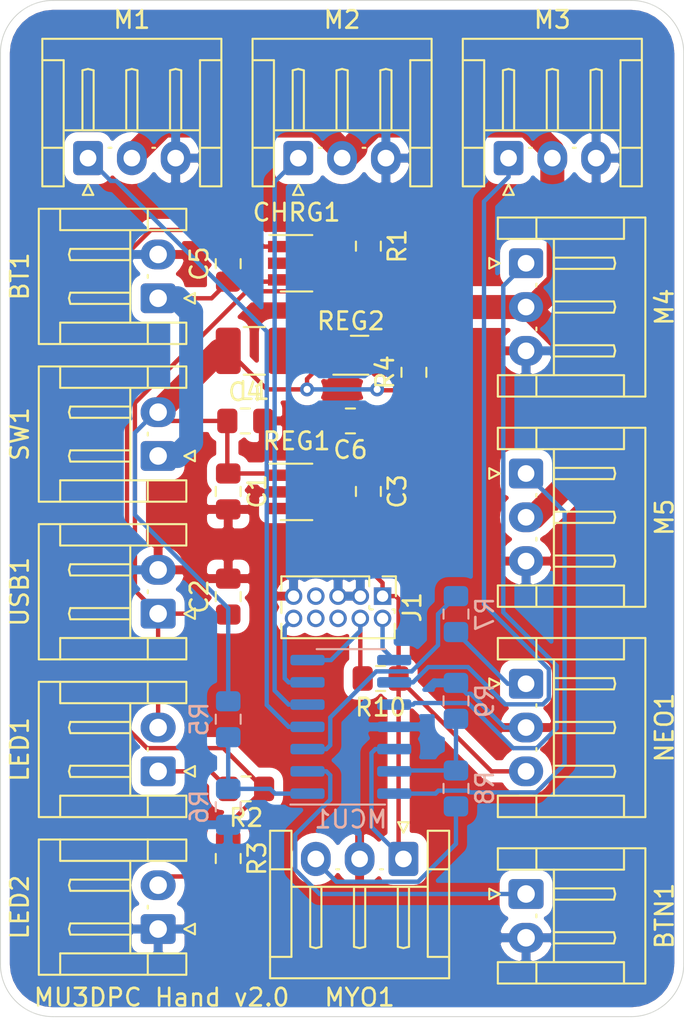
<source format=kicad_pcb>
(kicad_pcb (version 20171130) (host pcbnew "(5.1.4)-1")
  (layers (0 F.Cu signal) (31 B.Cu signal) (34 B.Paste user) (35 F.Paste user) (36 B.SilkS user) (37 F.SilkS user) (38 B.Mask user) (39 F.Mask user) (44 Edge.Cuts user))
  (net 0 "")
  (net 1 GND)
  (net 2 "Net-(BT1-Pad1)")
  (net 3 BTN)
  (net 4 +BATT)
  (net 5 "Net-(C2-Pad1)")
  (net 6 +3V3)
  (net 7 +5V)
  (net 8 "Net-(CHRG1-Pad5)")
  (net 9 "Net-(CHRG1-Pad2)")
  (net 10 "Net-(CHRG1-Pad1)")
  (net 11 "Net-(J1-Pad2)")
  (net 12 "Net-(J1-Pad4)")
  (net 13 "Net-(J1-Pad10)")
  (net 14 "Net-(L1-Pad1)")
  (net 15 "Net-(LED1-Pad1)")
  (net 16 "Net-(LED2-Pad2)")
  (net 17 INDEX)
  (net 18 MIDDLE)
  (net 19 RING)
  (net 20 PINKY)
  (net 21 THUMB)
  (net 22 NORMVBAT)
  (net 23 NEO)
  (net 24 NORMMYOSIG)
  (net 25 MYOSIG)
  (net 26 "Net-(R4-Pad2)")
  (net 27 "Net-(NEO1-Pad4)")
  (module Resistor_SMD:R_0805_2012Metric_Pad1.15x1.40mm_HandSolder (layer F.Cu) (at 134.7 55.7 180)
    (fp_text reference R10 (at 0 -1.65) (layer F.SilkS))
    (fp_text value 1000ohm)
    (pad 2 smd roundrect (at 1.025 0 180) (size 1.15 1.4) (layers F.Cu F.Paste F.Mask) (roundrect_rratio 0.217391) (net 12 "Net-(J1-Pad4)"))
    (pad 1 smd roundrect (at -1.025 0 180) (size 1.15 1.4) (layers F.Cu F.Paste F.Mask) (roundrect_rratio 0.217391) (net 6 +3V3))
  )
  (module Connector_PinHeader_1.27mm:PinHeader_2x05_P1.27mm_Vertical (layer F.Cu) (at 134.81 51 270)
    (fp_text reference J1 (at 0.635 -1.695 90) (layer F.SilkS))
    (fp_text value Conn_ARM_JTAG_SWD_10)
    (pad 1 thru_hole rect (at 0 0 270) (size 1 1) (drill 0.65) (layers *.Cu *.Mask) (net 6 +3V3))
    (pad 2 thru_hole oval (at 1.27 0 270) (size 1 1) (drill 0.65) (layers *.Cu *.Mask) (net 11 "Net-(J1-Pad2)"))
    (pad 3 thru_hole oval (at 0 1.27 270) (size 1 1) (drill 0.65) (layers *.Cu *.Mask) (net 1 GND))
    (pad 4 thru_hole oval (at 1.27 1.27 270) (size 1 1) (drill 0.65) (layers *.Cu *.Mask) (net 12 "Net-(J1-Pad4)"))
    (pad 5 thru_hole oval (at 0 2.54 270) (size 1 1) (drill 0.65) (layers *.Cu *.Mask) (net 1 GND))
    (pad 6 thru_hole oval (at 1.27 2.54 270) (size 1 1) (drill 0.65) (layers *.Cu *.Mask))
    (pad 7 thru_hole oval (at 0 3.81 270) (size 1 1) (drill 0.65) (layers *.Cu *.Mask))
    (pad 8 thru_hole oval (at 1.27 3.81 270) (size 1 1) (drill 0.65) (layers *.Cu *.Mask))
    (pad 9 thru_hole oval (at 0 5.08 270) (size 1 1) (drill 0.65) (layers *.Cu *.Mask) (net 1 GND))
    (pad 10 thru_hole oval (at 1.27 5.08 270) (size 1 1) (drill 0.65) (layers *.Cu *.Mask) (net 13 "Net-(J1-Pad10)"))
  )
  (module Connector_JST:JST_EH_S2B-EH_1x02_P2.50mm_Horizontal (layer F.Cu) (at 122 34 90)
    (fp_text reference BT1 (at 1.25 -7.9 90) (layer F.SilkS))
    (fp_text value Battery_Cell)
    (pad 2 thru_hole oval (at 2.5 0 90) (size 1.7 2) (drill 1) (layers *.Cu *.Mask) (net 1 GND))
    (pad 1 thru_hole roundrect (at 0 0 90) (size 1.7 2) (drill 1) (layers *.Cu *.Mask) (roundrect_rratio 0.147059) (net 2 "Net-(BT1-Pad1)"))
  )
  (module Connector_JST:JST_EH_S2B-EH_1x02_P2.50mm_Horizontal (layer F.Cu) (at 143 68 270)
    (fp_text reference BTN1 (at 1.25 -7.9 90) (layer F.SilkS))
    (fp_text value Side_Button)
    (pad 1 thru_hole roundrect (at 0 0 270) (size 1.7 2) (drill 1) (layers *.Cu *.Mask) (roundrect_rratio 0.147059) (net 3 BTN))
    (pad 2 thru_hole oval (at 2.5 0 270) (size 1.7 2) (drill 1) (layers *.Cu *.Mask) (net 1 GND))
  )
  (module Capacitor_SMD:C_0805_2012Metric_Pad1.15x1.40mm_HandSolder (layer F.Cu) (at 126 45.025 270)
    (fp_text reference C1 (at 0 -1.65 90) (layer F.SilkS))
    (fp_text value 1uF)
    (pad 2 smd roundrect (at 1.025 0 270) (size 1.15 1.4) (layers F.Cu F.Paste F.Mask) (roundrect_rratio 0.217391) (net 1 GND))
    (pad 1 smd roundrect (at -1.025 0 270) (size 1.15 1.4) (layers F.Cu F.Paste F.Mask) (roundrect_rratio 0.217391) (net 4 +BATT))
  )
  (module Capacitor_SMD:C_0805_2012Metric_Pad1.15x1.40mm_HandSolder (layer F.Cu) (at 126 51.025 90)
    (fp_text reference C2 (at 0 -1.65 90) (layer F.SilkS))
    (fp_text value 4.7uF)
    (pad 2 smd roundrect (at 1.025 0 90) (size 1.15 1.4) (layers F.Cu F.Paste F.Mask) (roundrect_rratio 0.217391) (net 1 GND))
    (pad 1 smd roundrect (at -1.025 0 90) (size 1.15 1.4) (layers F.Cu F.Paste F.Mask) (roundrect_rratio 0.217391) (net 5 "Net-(C2-Pad1)"))
  )
  (module Capacitor_SMD:C_0805_2012Metric_Pad1.15x1.40mm_HandSolder (layer F.Cu) (at 134 45.025 270)
    (fp_text reference C3 (at 0 -1.65 90) (layer F.SilkS))
    (fp_text value 1uF)
    (pad 1 smd roundrect (at -1.025 0 270) (size 1.15 1.4) (layers F.Cu F.Paste F.Mask) (roundrect_rratio 0.217391) (net 6 +3V3))
    (pad 2 smd roundrect (at 1.025 0 270) (size 1.15 1.4) (layers F.Cu F.Paste F.Mask) (roundrect_rratio 0.217391) (net 1 GND))
  )
  (module Capacitor_SMD:C_0805_2012Metric_Pad1.15x1.40mm_HandSolder (layer F.Cu) (at 126.975 41)
    (fp_text reference C4 (at 0 -1.65) (layer F.SilkS))
    (fp_text value "4.7uF 10V")
    (pad 2 smd roundrect (at 1.025 0) (size 1.15 1.4) (layers F.Cu F.Paste F.Mask) (roundrect_rratio 0.217391) (net 1 GND))
    (pad 1 smd roundrect (at -1.025 0) (size 1.15 1.4) (layers F.Cu F.Paste F.Mask) (roundrect_rratio 0.217391) (net 4 +BATT))
  )
  (module Capacitor_SMD:C_0805_2012Metric_Pad1.15x1.40mm_HandSolder (layer F.Cu) (at 126 32.025 90)
    (fp_text reference C5 (at 0 -1.65 90) (layer F.SilkS))
    (fp_text value 4.7uF)
    (pad 1 smd roundrect (at -1.025 0 90) (size 1.15 1.4) (layers F.Cu F.Paste F.Mask) (roundrect_rratio 0.217391) (net 2 "Net-(BT1-Pad1)"))
    (pad 2 smd roundrect (at 1.025 0 90) (size 1.15 1.4) (layers F.Cu F.Paste F.Mask) (roundrect_rratio 0.217391) (net 1 GND))
  )
  (module Capacitor_SMD:C_0805_2012Metric_Pad1.15x1.40mm_HandSolder (layer F.Cu) (at 132.975 41 180)
    (fp_text reference C6 (at 0 -1.65) (layer F.SilkS))
    (fp_text value "22uF 10V")
    (pad 1 smd roundrect (at -1.025 0 180) (size 1.15 1.4) (layers F.Cu F.Paste F.Mask) (roundrect_rratio 0.217391) (net 7 +5V))
    (pad 2 smd roundrect (at 1.025 0 180) (size 1.15 1.4) (layers F.Cu F.Paste F.Mask) (roundrect_rratio 0.217391) (net 1 GND))
  )
  (module Package_TO_SOT_SMD:SOT-23-5 (layer F.Cu) (at 129.9 32)
    (fp_text reference CHRG1 (at 0 -2.9) (layer F.SilkS))
    (fp_text value MCP73831-2-OT)
    (pad 5 smd rect (at 1.1 -0.95) (size 1.06 0.65) (layers F.Cu F.Paste F.Mask) (net 8 "Net-(CHRG1-Pad5)"))
    (pad 4 smd rect (at 1.1 0.95) (size 1.06 0.65) (layers F.Cu F.Paste F.Mask) (net 5 "Net-(C2-Pad1)"))
    (pad 3 smd rect (at -1.1 0.95) (size 1.06 0.65) (layers F.Cu F.Paste F.Mask) (net 2 "Net-(BT1-Pad1)"))
    (pad 2 smd rect (at -1.1 0) (size 1.06 0.65) (layers F.Cu F.Paste F.Mask) (net 9 "Net-(CHRG1-Pad2)"))
    (pad 1 smd rect (at -1.1 -0.95) (size 1.06 0.65) (layers F.Cu F.Paste F.Mask) (net 10 "Net-(CHRG1-Pad1)"))
  )
  (module Inductor_SMD:L_1210_3225Metric_Pad1.42x2.65mm_HandSolder (layer F.Cu) (at 127.4875 37 180)
    (fp_text reference L1 (at 0 -2.28) (layer F.SilkS))
    (fp_text value "1uH 3A")
    (pad 1 smd roundrect (at -1.4875 0 180) (size 1.425 2.65) (layers F.Cu F.Paste F.Mask) (roundrect_rratio 0.175439) (net 14 "Net-(L1-Pad1)"))
    (pad 2 smd roundrect (at 1.4875 0 180) (size 1.425 2.65) (layers F.Cu F.Paste F.Mask) (roundrect_rratio 0.175439) (net 4 +BATT))
  )
  (module Connector_JST:JST_EH_S2B-EH_1x02_P2.50mm_Horizontal (layer F.Cu) (at 122 61 90)
    (fp_text reference LED1 (at 1.25 -7.9 90) (layer F.SilkS))
    (fp_text value Charging_LED)
    (pad 1 thru_hole roundrect (at 0 0 90) (size 1.7 2) (drill 1) (layers *.Cu *.Mask) (roundrect_rratio 0.147059) (net 15 "Net-(LED1-Pad1)"))
    (pad 2 thru_hole oval (at 2.5 0 90) (size 1.7 2) (drill 1) (layers *.Cu *.Mask) (net 5 "Net-(C2-Pad1)"))
  )
  (module Connector_JST:JST_EH_S2B-EH_1x02_P2.50mm_Horizontal (layer F.Cu) (at 122 70 90)
    (fp_text reference LED2 (at 1.25 -7.9 90) (layer F.SilkS))
    (fp_text value Charge_Done_LED)
    (pad 2 thru_hole oval (at 2.5 0 90) (size 1.7 2) (drill 1) (layers *.Cu *.Mask) (net 16 "Net-(LED2-Pad2)"))
    (pad 1 thru_hole roundrect (at 0 0 90) (size 1.7 2) (drill 1) (layers *.Cu *.Mask) (roundrect_rratio 0.147059) (net 1 GND))
  )
  (module Connector_JST:JST_EH_S3B-EH_1x03_P2.50mm_Horizontal (layer F.Cu) (at 118 26)
    (fp_text reference M1 (at 2.5 -7.9) (layer F.SilkS))
    (fp_text value Index_Servo)
    (pad 3 thru_hole oval (at 5 0) (size 1.7 1.95) (drill 0.95) (layers *.Cu *.Mask) (net 1 GND))
    (pad 2 thru_hole oval (at 2.5 0) (size 1.7 1.95) (drill 0.95) (layers *.Cu *.Mask) (net 7 +5V))
    (pad 1 thru_hole roundrect (at 0 0) (size 1.7 1.95) (drill 0.95) (layers *.Cu *.Mask) (roundrect_rratio 0.147059) (net 17 INDEX))
  )
  (module Connector_JST:JST_EH_S3B-EH_1x03_P2.50mm_Horizontal (layer F.Cu) (at 130 26)
    (fp_text reference M2 (at 2.5 -7.9) (layer F.SilkS))
    (fp_text value Middle_Servo)
    (pad 1 thru_hole roundrect (at 0 0) (size 1.7 1.95) (drill 0.95) (layers *.Cu *.Mask) (roundrect_rratio 0.147059) (net 18 MIDDLE))
    (pad 2 thru_hole oval (at 2.5 0) (size 1.7 1.95) (drill 0.95) (layers *.Cu *.Mask) (net 7 +5V))
    (pad 3 thru_hole oval (at 5 0) (size 1.7 1.95) (drill 0.95) (layers *.Cu *.Mask) (net 1 GND))
  )
  (module Connector_JST:JST_EH_S3B-EH_1x03_P2.50mm_Horizontal (layer F.Cu) (at 142 26)
    (fp_text reference M3 (at 2.5 -7.9) (layer F.SilkS))
    (fp_text value Ring_Servo)
    (pad 3 thru_hole oval (at 5 0) (size 1.7 1.95) (drill 0.95) (layers *.Cu *.Mask) (net 1 GND))
    (pad 2 thru_hole oval (at 2.5 0) (size 1.7 1.95) (drill 0.95) (layers *.Cu *.Mask) (net 7 +5V))
    (pad 1 thru_hole roundrect (at 0 0) (size 1.7 1.95) (drill 0.95) (layers *.Cu *.Mask) (roundrect_rratio 0.147059) (net 19 RING))
  )
  (module Connector_JST:JST_EH_S3B-EH_1x03_P2.50mm_Horizontal (layer F.Cu) (at 143 32 270)
    (fp_text reference M4 (at 2.5 -7.9 90) (layer F.SilkS))
    (fp_text value Pinky_Servo)
    (pad 1 thru_hole roundrect (at 0 0 270) (size 1.7 1.95) (drill 0.95) (layers *.Cu *.Mask) (roundrect_rratio 0.147059) (net 20 PINKY))
    (pad 2 thru_hole oval (at 2.5 0 270) (size 1.7 1.95) (drill 0.95) (layers *.Cu *.Mask) (net 7 +5V))
    (pad 3 thru_hole oval (at 5 0 270) (size 1.7 1.95) (drill 0.95) (layers *.Cu *.Mask) (net 1 GND))
  )
  (module Connector_JST:JST_EH_S3B-EH_1x03_P2.50mm_Horizontal (layer F.Cu) (at 143 44 270)
    (fp_text reference M5 (at 2.5 -7.9 90) (layer F.SilkS))
    (fp_text value Thumb_Servo)
    (pad 3 thru_hole oval (at 5 0 270) (size 1.7 1.95) (drill 0.95) (layers *.Cu *.Mask) (net 1 GND))
    (pad 2 thru_hole oval (at 2.5 0 270) (size 1.7 1.95) (drill 0.95) (layers *.Cu *.Mask) (net 7 +5V))
    (pad 1 thru_hole roundrect (at 0 0 270) (size 1.7 1.95) (drill 0.95) (layers *.Cu *.Mask) (roundrect_rratio 0.147059) (net 21 THUMB))
  )
  (module Package_SO:SOIC-14_3.9x8.7mm_P1.27mm (layer B.Cu) (at 133 58.46)
    (fp_text reference MCU1 (at 0 5.28) (layer B.SilkS) (effects (justify mirror)))
    (fp_text value ATSAMD11C14A-SS)
    (pad 1 smd roundrect (at -2.475 3.81) (size 1.95 0.6) (layers B.Cu B.Paste B.Mask) (net 22 NORMVBAT))
    (pad 2 smd roundrect (at -2.475 2.54) (size 1.95 0.6) (layers B.Cu B.Paste B.Mask) (net 3 BTN))
    (pad 3 smd roundrect (at -2.475 1.27) (size 1.95 0.6) (layers B.Cu B.Paste B.Mask) (net 23 NEO))
    (pad 4 smd roundrect (at -2.475 0) (size 1.95 0.6) (layers B.Cu B.Paste B.Mask) (net 17 INDEX))
    (pad 5 smd roundrect (at -2.475 -1.27) (size 1.95 0.6) (layers B.Cu B.Paste B.Mask) (net 18 MIDDLE))
    (pad 6 smd roundrect (at -2.475 -2.54) (size 1.95 0.6) (layers B.Cu B.Paste B.Mask) (net 13 "Net-(J1-Pad10)"))
    (pad 7 smd roundrect (at -2.475 -3.81) (size 1.95 0.6) (layers B.Cu B.Paste B.Mask) (net 12 "Net-(J1-Pad4)"))
    (pad 8 smd roundrect (at 2.475 -3.81) (size 1.95 0.6) (layers B.Cu B.Paste B.Mask) (net 11 "Net-(J1-Pad2)"))
    (pad 9 smd roundrect (at 2.475 -2.54) (size 1.95 0.6) (layers B.Cu B.Paste B.Mask) (net 19 RING))
    (pad 10 smd roundrect (at 2.475 -1.27) (size 1.95 0.6) (layers B.Cu B.Paste B.Mask) (net 20 PINKY))
    (pad 11 smd roundrect (at 2.475 0) (size 1.95 0.6) (layers B.Cu B.Paste B.Mask) (net 1 GND))
    (pad 12 smd roundrect (at 2.475 1.27) (size 1.95 0.6) (layers B.Cu B.Paste B.Mask) (net 6 +3V3))
    (pad 13 smd roundrect (at 2.475 2.54) (size 1.95 0.6) (layers B.Cu B.Paste B.Mask) (net 24 NORMMYOSIG))
    (pad 14 smd roundrect (at 2.475 3.81) (size 1.95 0.6) (layers B.Cu B.Paste B.Mask) (net 21 THUMB))
  )
  (module Connector_JST:JST_EH_S3B-EH_1x03_P2.50mm_Horizontal (layer F.Cu) (at 136 66 180)
    (fp_text reference MYO1 (at 2.5 -7.9) (layer F.SilkS))
    (fp_text value MyoWare)
    (pad 1 thru_hole roundrect (at 0 0 180) (size 1.7 1.95) (drill 0.95) (layers *.Cu *.Mask) (roundrect_rratio 0.147059) (net 6 +3V3))
    (pad 2 thru_hole oval (at 2.5 0 180) (size 1.7 1.95) (drill 0.95) (layers *.Cu *.Mask) (net 1 GND))
    (pad 3 thru_hole oval (at 5 0 180) (size 1.7 1.95) (drill 0.95) (layers *.Cu *.Mask) (net 25 MYOSIG))
  )
  (module Connector_JST:JST_EH_S3B-EH_1x03_P2.50mm_Horizontal (layer F.Cu) (at 143 56 270)
    (fp_text reference NEO1 (at 2.5 -7.9 90) (layer F.SilkS))
    (fp_text value Indicator_NeoPixel)
    (pad 4 thru_hole roundrect (at 0 0 270) (size 1.7 1.95) (drill 0.95) (layers *.Cu *.Mask) (roundrect_rratio 0.147) (net 27 "Net-(NEO1-Pad4)"))
    (pad 2 thru_hole oval (at 2.5 0 270) (size 1.7 1.95) (drill 0.95) (layers *.Cu *.Mask) (net 1 GND))
    (pad 3 thru_hole oval (at 5 0 270) (size 1.7 1.95) (drill 0.95) (layers *.Cu *.Mask) (net 6 +3V3))
  )
  (module Resistor_SMD:R_0805_2012Metric_Pad1.15x1.40mm_HandSolder (layer F.Cu) (at 134 31.025 270)
    (fp_text reference R1 (at 0 -1.65 90) (layer F.SilkS))
    (fp_text value 2000ohm)
    (pad 2 smd roundrect (at 1.025 0 270) (size 1.15 1.4) (layers F.Cu F.Paste F.Mask) (roundrect_rratio 0.217391) (net 9 "Net-(CHRG1-Pad2)"))
    (pad 1 smd roundrect (at -1.025 0 270) (size 1.15 1.4) (layers F.Cu F.Paste F.Mask) (roundrect_rratio 0.217391) (net 8 "Net-(CHRG1-Pad5)"))
  )
  (module Resistor_SMD:R_0805_2012Metric_Pad1.15x1.40mm_HandSolder (layer F.Cu) (at 127.025 62 180)
    (fp_text reference R2 (at 0 -1.65) (layer F.SilkS))
    (fp_text value 470ohm)
    (pad 1 smd roundrect (at -1.025 0 180) (size 1.15 1.4) (layers F.Cu F.Paste F.Mask) (roundrect_rratio 0.217391) (net 10 "Net-(CHRG1-Pad1)"))
    (pad 2 smd roundrect (at 1.025 0 180) (size 1.15 1.4) (layers F.Cu F.Paste F.Mask) (roundrect_rratio 0.217391) (net 15 "Net-(LED1-Pad1)"))
  )
  (module Resistor_SMD:R_0805_2012Metric_Pad1.15x1.40mm_HandSolder (layer F.Cu) (at 126 65.975 270)
    (fp_text reference R3 (at 0 -1.65 90) (layer F.SilkS))
    (fp_text value 470ohm)
    (pad 2 smd roundrect (at 1.025 0 270) (size 1.15 1.4) (layers F.Cu F.Paste F.Mask) (roundrect_rratio 0.217391) (net 16 "Net-(LED2-Pad2)"))
    (pad 1 smd roundrect (at -1.025 0 270) (size 1.15 1.4) (layers F.Cu F.Paste F.Mask) (roundrect_rratio 0.217391) (net 10 "Net-(CHRG1-Pad1)"))
  )
  (module Resistor_SMD:R_0805_2012Metric_Pad1.15x1.40mm_HandSolder (layer F.Cu) (at 136.6 38.225 90)
    (fp_text reference R4 (at 0 -1.65 90) (layer F.SilkS))
    (fp_text value 1Mohm)
    (pad 1 smd roundrect (at -1.025 0 90) (size 1.15 1.4) (layers F.Cu F.Paste F.Mask) (roundrect_rratio 0.217391) (net 4 +BATT))
    (pad 2 smd roundrect (at 1.025 0 90) (size 1.15 1.4) (layers F.Cu F.Paste F.Mask) (roundrect_rratio 0.217391) (net 26 "Net-(R4-Pad2)"))
  )
  (module Resistor_SMD:R_0805_2012Metric_Pad1.15x1.40mm_HandSolder (layer B.Cu) (at 126 58.025 270)
    (fp_text reference R5 (at 0 1.65 270) (layer B.SilkS) (effects (justify mirror)))
    (fp_text value 5000ohm)
    (pad 1 smd roundrect (at -1.025 0 270) (size 1.15 1.4) (layers B.Cu B.Paste B.Mask) (roundrect_rratio 0.217391) (net 4 +BATT))
    (pad 2 smd roundrect (at 1.025 0 270) (size 1.15 1.4) (layers B.Cu B.Paste B.Mask) (roundrect_rratio 0.217391) (net 22 NORMVBAT))
  )
  (module Resistor_SMD:R_0805_2012Metric_Pad1.15x1.40mm_HandSolder (layer B.Cu) (at 126 63.025 270)
    (fp_text reference R6 (at 0 1.65 270) (layer B.SilkS) (effects (justify mirror)))
    (fp_text value 1250ohm)
    (pad 2 smd roundrect (at 1.025 0 270) (size 1.15 1.4) (layers B.Cu B.Paste B.Mask) (roundrect_rratio 0.217391) (net 1 GND))
    (pad 1 smd roundrect (at -1.025 0 270) (size 1.15 1.4) (layers B.Cu B.Paste B.Mask) (roundrect_rratio 0.217391) (net 22 NORMVBAT))
  )
  (module Resistor_SMD:R_0805_2012Metric_Pad1.15x1.40mm_HandSolder (layer B.Cu) (at 139 52.025 90)
    (fp_text reference R7 (at 0 1.65 270) (layer B.SilkS) (effects (justify mirror)))
    (fp_text value 500ohm)
    (pad 1 smd roundrect (at -1.025 0 90) (size 1.15 1.4) (layers B.Cu B.Paste B.Mask) (roundrect_rratio 0.217391) (net 27 "Net-(NEO1-Pad4)"))
    (pad 2 smd roundrect (at 1.025 0 90) (size 1.15 1.4) (layers B.Cu B.Paste B.Mask) (roundrect_rratio 0.217391) (net 23 NEO))
  )
  (module Resistor_SMD:R_0805_2012Metric_Pad1.15x1.40mm_HandSolder (layer B.Cu) (at 139 61.975 90)
    (fp_text reference R8 (at 0.025 1.65 270) (layer B.SilkS) (effects (justify mirror)))
    (fp_text value 5000ohm)
    (pad 1 smd roundrect (at -1.025 0 90) (size 1.15 1.4) (layers B.Cu B.Paste B.Mask) (roundrect_rratio 0.217391) (net 25 MYOSIG))
    (pad 2 smd roundrect (at 1.025 0 90) (size 1.15 1.4) (layers B.Cu B.Paste B.Mask) (roundrect_rratio 0.217391) (net 24 NORMMYOSIG))
  )
  (module Resistor_SMD:R_0805_2012Metric_Pad1.15x1.40mm_HandSolder (layer B.Cu) (at 139 56.975 90)
    (fp_text reference R9 (at 0 1.65 270) (layer B.SilkS) (effects (justify mirror)))
    (fp_text value 1250ohm)
    (pad 2 smd roundrect (at 1.025 0 90) (size 1.15 1.4) (layers B.Cu B.Paste B.Mask) (roundrect_rratio 0.217391) (net 1 GND))
    (pad 1 smd roundrect (at -1.025 0 90) (size 1.15 1.4) (layers B.Cu B.Paste B.Mask) (roundrect_rratio 0.217391) (net 24 NORMMYOSIG))
  )
  (module Package_TO_SOT_SMD:SOT-23-5 (layer F.Cu) (at 129.9 45.05)
    (fp_text reference REG1 (at 0 -2.9) (layer F.SilkS))
    (fp_text value MIC5504-3.3YM5)
    (pad 1 smd rect (at -1.1 -0.95) (size 1.06 0.65) (layers F.Cu F.Paste F.Mask) (net 4 +BATT))
    (pad 2 smd rect (at -1.1 0) (size 1.06 0.65) (layers F.Cu F.Paste F.Mask) (net 1 GND))
    (pad 3 smd rect (at -1.1 0.95) (size 1.06 0.65) (layers F.Cu F.Paste F.Mask))
    (pad 4 smd rect (at 1.1 0.95) (size 1.06 0.65) (layers F.Cu F.Paste F.Mask))
    (pad 5 smd rect (at 1.1 -0.95) (size 1.06 0.65) (layers F.Cu F.Paste F.Mask) (net 6 +3V3))
  )
  (module Package_DFN_QFN:DFN-8-1EP_2x2mm_P0.5mm_EP0.9x1.3mm (layer F.Cu) (at 133 37.25)
    (fp_text reference REG2 (at 0 -1.95) (layer F.SilkS))
    (fp_text value MIC2876-5.5YMT-TR)
    (pad 9 smd roundrect (at 0 0) (size 0.9 1.3) (layers F.Cu F.Mask) (net 1 GND))
    (pad 1 smd roundrect (at -1 -0.75) (size 0.7 0.25) (layers F.Cu F.Paste F.Mask) (net 14 "Net-(L1-Pad1)"))
    (pad 2 smd roundrect (at -1 -0.25) (size 0.7 0.25) (layers F.Cu F.Paste F.Mask) (net 1 GND))
    (pad 3 smd roundrect (at -1 0.25) (size 0.7 0.25) (layers F.Cu F.Paste F.Mask) (net 4 +BATT))
    (pad 4 smd roundrect (at -1 0.75) (size 0.7 0.25) (layers F.Cu F.Paste F.Mask) (net 1 GND))
    (pad 5 smd roundrect (at 1 0.75) (size 0.7 0.25) (layers F.Cu F.Paste F.Mask) (net 7 +5V))
    (pad 6 smd roundrect (at 1 0.25) (size 0.7 0.25) (layers F.Cu F.Paste F.Mask))
    (pad 7 smd roundrect (at 1 -0.25) (size 0.7 0.25) (layers F.Cu F.Paste F.Mask) (net 26 "Net-(R4-Pad2)"))
    (pad 8 smd roundrect (at 1 -0.75) (size 0.7 0.25) (layers F.Cu F.Paste F.Mask) (net 7 +5V))
  )
  (module Connector_JST:JST_EH_S2B-EH_1x02_P2.50mm_Horizontal (layer F.Cu) (at 122 43 90)
    (fp_text reference SW1 (at 1.25 -7.9 90) (layer F.SilkS))
    (fp_text value Power_Switch)
    (pad 2 thru_hole oval (at 2.5 0 90) (size 1.7 2) (drill 1) (layers *.Cu *.Mask) (net 4 +BATT))
    (pad 1 thru_hole roundrect (at 0 0 90) (size 1.7 2) (drill 1) (layers *.Cu *.Mask) (roundrect_rratio 0.147059) (net 2 "Net-(BT1-Pad1)"))
  )
  (module Connector_JST:JST_EH_S2B-EH_1x02_P2.50mm_Horizontal (layer F.Cu) (at 122 52 90)
    (fp_text reference USB1 (at 1.25 -7.9 90) (layer F.SilkS))
    (fp_text value USB_B_Micro)
    (pad 1 thru_hole roundrect (at 0 0 90) (size 1.7 2) (drill 1) (layers *.Cu *.Mask) (roundrect_rratio 0.147059) (net 5 "Net-(C2-Pad1)"))
    (pad 5 thru_hole oval (at 2.5 0 90) (size 1.7 2) (drill 1) (layers *.Cu *.Mask) (net 1 GND))
  )
  (gr_text "MU3DPC Hand v2.0" (at 122.2 73.9) (layer F.SilkS) (effects (font (size 1 1))))
  (gr_line (start 152 72) (end 152 20) (layer Edge.Cuts) (width 0.05))
  (gr_line (start 116 75) (end 149 75) (layer Edge.Cuts) (width 0.05))
  (gr_line (start 113 20) (end 113 72) (layer Edge.Cuts) (width 0.05))
  (gr_line (start 149 17) (end 116 17) (layer Edge.Cuts) (width 0.05))
  (gr_arc (start 149 72) (end 149 75) (angle -90) (layer Edge.Cuts) (width 0.05))
  (gr_arc (start 116 72) (end 113 72) (angle -90) (layer Edge.Cuts) (width 0.05))
  (gr_arc (start 116 20) (end 116 17) (angle -90) (layer Edge.Cuts) (width 0.05))
  (gr_arc (start 149 20) (end 152 20) (angle -90) (layer Edge.Cuts) (width 0.05))
  (segment (start 132.75 37) (end 133 37.25) (width 0.25) (layer F.Cu) (net 1))
  (segment (start 132 37) (end 132.75 37) (width 0.25) (layer F.Cu) (net 1))
  (segment (start 133 37.45) (end 133 37.25) (width 0.25) (layer F.Cu) (net 1))
  (segment (start 132.45 38) (end 133 37.45) (width 0.25) (layer F.Cu) (net 1))
  (segment (start 132 38) (end 132.45 38) (width 0.25) (layer F.Cu) (net 1))
  (segment (start 128.02 45.05) (end 128 45.03) (width 0.25) (layer F.Cu) (net 1))
  (segment (start 128.8 45.05) (end 128.02 45.05) (width 0.25) (layer F.Cu) (net 1))
  (segment (start 133.5 64.5) (end 133.5 66) (width 0.25) (layer B.Cu) (net 1))
  (segment (start 141.775 58.5) (end 143 58.5) (width 0.25) (layer B.Cu) (net 1))
  (segment (start 139.848372 56.573372) (end 141.775 58.5) (width 0.25) (layer B.Cu) (net 1))
  (segment (start 139.623372 56.573372) (end 139.848372 56.573372) (width 0.25) (layer B.Cu) (net 1))
  (segment (start 139 55.95) (end 139.623372 56.573372) (width 0.25) (layer B.Cu) (net 1))
  (segment (start 131.95 40.2) (end 132.76499 39.38501) (width 1.37) (layer F.Cu) (net 1))
  (segment (start 132.76499 39.38501) (end 132.76499 38.424994) (width 1.37) (layer F.Cu) (net 1))
  (segment (start 131.95 41) (end 131.95 40.2) (width 1.37) (layer F.Cu) (net 1))
  (segment (start 125.05 34) (end 126 33.05) (width 0.25) (layer F.Cu) (net 2))
  (segment (start 122 34) (end 125.05 34) (width 0.25) (layer F.Cu) (net 2))
  (segment (start 128.7 33.05) (end 128.8 32.95) (width 0.25) (layer F.Cu) (net 2))
  (segment (start 126 33.05) (end 128.7 33.05) (width 0.25) (layer F.Cu) (net 2))
  (segment (start 123.1 43) (end 122 43) (width 1.37) (layer B.Cu) (net 2))
  (segment (start 123.88501 42.21499) (end 123.1 43) (width 1.37) (layer B.Cu) (net 2))
  (segment (start 123.88501 34.78501) (end 123.88501 42.21499) (width 1.37) (layer B.Cu) (net 2))
  (segment (start 123.1 34) (end 123.88501 34.78501) (width 1.37) (layer B.Cu) (net 2))
  (segment (start 122 34) (end 123.1 34) (width 1.37) (layer B.Cu) (net 2))
  (segment (start 131.82501 61.22501) (end 131.6 61) (width 0.25) (layer B.Cu) (net 3))
  (segment (start 131.82501 62.616758) (end 131.82501 61.22501) (width 0.25) (layer B.Cu) (net 3))
  (segment (start 129.82499 64.616778) (end 131.82501 62.616758) (width 0.25) (layer B.Cu) (net 3))
  (segment (start 129.82499 66.611705) (end 129.82499 64.616778) (width 0.25) (layer B.Cu) (net 3))
  (segment (start 131.213285 68) (end 129.82499 66.611705) (width 0.25) (layer B.Cu) (net 3))
  (segment (start 131.6 61) (end 130.525 61) (width 0.25) (layer B.Cu) (net 3))
  (segment (start 143 68) (end 131.213285 68) (width 0.25) (layer B.Cu) (net 3))
  (via (at 134.5 39.2) (size 0.8) (drill 0.4) (layers F.Cu B.Cu) (net 4))
  (via (at 130.5 39.2) (size 0.8) (drill 0.4) (layers F.Cu B.Cu) (net 4))
  (segment (start 122.5 41) (end 122 40.5) (width 0.25) (layer F.Cu) (net 4))
  (segment (start 125.95 41) (end 122.5 41) (width 0.25) (layer F.Cu) (net 4))
  (segment (start 125.95 43.95) (end 126 44) (width 0.25) (layer F.Cu) (net 4))
  (segment (start 125.95 41) (end 125.95 43.95) (width 0.25) (layer F.Cu) (net 4))
  (segment (start 128.7 44) (end 128.8 44.1) (width 0.25) (layer F.Cu) (net 4))
  (segment (start 126 44) (end 128.7 44) (width 0.25) (layer F.Cu) (net 4))
  (segment (start 126 56.325) (end 126 57) (width 0.25) (layer B.Cu) (net 4))
  (segment (start 126 51.688285) (end 126 56.325) (width 0.25) (layer B.Cu) (net 4))
  (segment (start 120.67499 46.363275) (end 126 51.688285) (width 0.25) (layer B.Cu) (net 4))
  (segment (start 120.67499 41.67501) (end 120.67499 46.363275) (width 0.25) (layer B.Cu) (net 4))
  (segment (start 121.85 40.5) (end 120.67499 41.67501) (width 0.25) (layer B.Cu) (net 4))
  (segment (start 122 40.5) (end 121.85 40.5) (width 0.25) (layer B.Cu) (net 4))
  (segment (start 122.5 40.5) (end 122 40.5) (width 0.25) (layer F.Cu) (net 4))
  (segment (start 125.5 37) (end 122 40.5) (width 1.37) (layer F.Cu) (net 4))
  (segment (start 126 37) (end 125.5 37) (width 1.37) (layer F.Cu) (net 4))
  (segment (start 134.55 39.25) (end 134.5 39.2) (width 0.25) (layer F.Cu) (net 4))
  (segment (start 136.6 39.25) (end 134.55 39.25) (width 0.25) (layer F.Cu) (net 4))
  (segment (start 130.5 38.634315) (end 130.5 39.2) (width 0.25) (layer F.Cu) (net 4))
  (segment (start 130.5 38.601978) (end 130.5 38.634315) (width 0.25) (layer F.Cu) (net 4))
  (segment (start 131.601978 37.5) (end 130.5 38.601978) (width 0.25) (layer F.Cu) (net 4))
  (segment (start 132 37.5) (end 131.601978 37.5) (width 0.25) (layer F.Cu) (net 4))
  (segment (start 128.2 39.2) (end 126 37) (width 0.25) (layer F.Cu) (net 4))
  (segment (start 130.5 39.2) (end 128.2 39.2) (width 0.25) (layer F.Cu) (net 4))
  (segment (start 134.5 39.2) (end 130.5 39.2) (width 0.25) (layer B.Cu) (net 4))
  (segment (start 125.95 52) (end 126 52.05) (width 0.25) (layer F.Cu) (net 5))
  (segment (start 122 52) (end 125.95 52) (width 0.25) (layer F.Cu) (net 5))
  (segment (start 130.22 32.95) (end 131 32.95) (width 0.25) (layer F.Cu) (net 5))
  (segment (start 129.569999 33.600001) (end 130.22 32.95) (width 0.25) (layer F.Cu) (net 5))
  (segment (start 127.049309 33.600001) (end 129.569999 33.600001) (width 0.25) (layer F.Cu) (net 5))
  (segment (start 120.67499 39.97432) (end 127.049309 33.600001) (width 0.25) (layer F.Cu) (net 5))
  (segment (start 120.67499 50.67499) (end 120.67499 39.97432) (width 0.25) (layer F.Cu) (net 5))
  (segment (start 122 52) (end 120.67499 50.67499) (width 0.25) (layer F.Cu) (net 5))
  (segment (start 122 52.95) (end 122 58.5) (width 0.25) (layer F.Cu) (net 5))
  (segment (start 122 52) (end 122 52.95) (width 0.25) (layer F.Cu) (net 5))
  (segment (start 133.9 44.1) (end 134 44) (width 0.25) (layer F.Cu) (net 6))
  (segment (start 132.4 47.84) (end 132.4 44.1) (width 0.25) (layer F.Cu) (net 6))
  (segment (start 134.81 50.25) (end 132.4 47.84) (width 0.25) (layer F.Cu) (net 6))
  (segment (start 134.81 51) (end 134.81 50.25) (width 0.25) (layer F.Cu) (net 6))
  (segment (start 131 44.1) (end 132.4 44.1) (width 0.25) (layer F.Cu) (net 6))
  (segment (start 132.4 44.1) (end 133.9 44.1) (width 0.25) (layer F.Cu) (net 6))
  (segment (start 134.4 59.73) (end 135.475 59.73) (width 0.25) (layer B.Cu) (net 6))
  (segment (start 134.17499 59.95501) (end 134.4 59.73) (width 0.25) (layer B.Cu) (net 6))
  (segment (start 134.17499 64.17499) (end 134.17499 59.95501) (width 0.25) (layer B.Cu) (net 6))
  (segment (start 136 66) (end 134.17499 64.17499) (width 0.25) (layer B.Cu) (net 6))
  (segment (start 135.725 54.9) (end 135.725 55.7) (width 0.25) (layer F.Cu) (net 6))
  (segment (start 135.725 51.165) (end 135.725 54.9) (width 0.25) (layer F.Cu) (net 6))
  (segment (start 135.56 51) (end 135.725 51.165) (width 0.25) (layer F.Cu) (net 6))
  (segment (start 134.81 51) (end 135.56 51) (width 0.25) (layer F.Cu) (net 6))
  (segment (start 135.725 65.725) (end 136 66) (width 0.25) (layer F.Cu) (net 6))
  (segment (start 135.725 55.7) (end 135.725 65.725) (width 0.25) (layer F.Cu) (net 6))
  (segment (start 141.025 61) (end 135.725 55.7) (width 0.25) (layer F.Cu) (net 6))
  (segment (start 143 61) (end 141.025 61) (width 0.25) (layer F.Cu) (net 6))
  (segment (start 134.19571 36.30429) (end 134 36.5) (width 0.25) (layer F.Cu) (net 7))
  (segment (start 134.20001 36.29999) (end 134.19571 36.30429) (width 0.25) (layer F.Cu) (net 7))
  (segment (start 137.28818 36.29999) (end 134.20001 36.29999) (width 0.25) (layer F.Cu) (net 7))
  (segment (start 137.62501 36.63682) (end 137.28818 36.29999) (width 0.25) (layer F.Cu) (net 7))
  (segment (start 136.43819 41) (end 137.62501 39.81318) (width 0.25) (layer F.Cu) (net 7))
  (segment (start 134 41) (end 136.43819 41) (width 0.25) (layer F.Cu) (net 7))
  (segment (start 137.60003 38.34999) (end 137.62501 38.32501) (width 0.25) (layer F.Cu) (net 7))
  (segment (start 134.34999 38.34999) (end 137.60003 38.34999) (width 0.25) (layer F.Cu) (net 7))
  (segment (start 134 38) (end 134.34999 38.34999) (width 0.25) (layer F.Cu) (net 7))
  (segment (start 137.62501 39.81318) (end 137.62501 38.32501) (width 0.25) (layer F.Cu) (net 7))
  (segment (start 137.62501 38.32501) (end 137.62501 36.63682) (width 0.25) (layer F.Cu) (net 7))
  (segment (start 132.5 25.569852) (end 132.5 26) (width 1.37) (layer F.Cu) (net 7))
  (segment (start 131.070138 24.13999) (end 132.5 25.569852) (width 1.37) (layer F.Cu) (net 7))
  (segment (start 122.281336 24.13999) (end 131.070138 24.13999) (width 1.37) (layer F.Cu) (net 7))
  (segment (start 120.5 25.921326) (end 122.281336 24.13999) (width 1.37) (layer F.Cu) (net 7))
  (segment (start 120.5 26) (end 120.5 25.921326) (width 1.37) (layer F.Cu) (net 7))
  (segment (start 144.5 25.569852) (end 144.5 26) (width 1.37) (layer F.Cu) (net 7))
  (segment (start 143.070138 24.13999) (end 144.5 25.569852) (width 1.37) (layer F.Cu) (net 7))
  (segment (start 134.281336 24.13999) (end 143.070138 24.13999) (width 1.37) (layer F.Cu) (net 7))
  (segment (start 133.26499 25.156336) (end 134.281336 24.13999) (width 1.37) (layer F.Cu) (net 7))
  (segment (start 133.26499 25.43501) (end 133.26499 25.156336) (width 1.37) (layer F.Cu) (net 7))
  (segment (start 132.7 26) (end 133.26499 25.43501) (width 1.37) (layer F.Cu) (net 7))
  (segment (start 132.5 26) (end 132.7 26) (width 1.37) (layer F.Cu) (net 7))
  (segment (start 143.430148 34.5) (end 143 34.5) (width 1.37) (layer F.Cu) (net 7))
  (segment (start 144.86001 33.070138) (end 143.430148 34.5) (width 1.37) (layer F.Cu) (net 7))
  (segment (start 144.86001 28.70501) (end 144.86001 33.070138) (width 1.37) (layer F.Cu) (net 7))
  (segment (start 144.5 28.345) (end 144.86001 28.70501) (width 1.37) (layer F.Cu) (net 7))
  (segment (start 144.5 26) (end 144.5 28.345) (width 1.37) (layer F.Cu) (net 7))
  (segment (start 143.125 34.5) (end 143 34.5) (width 1.37) (layer F.Cu) (net 7))
  (segment (start 145.345 36.72) (end 143.125 34.5) (width 1.37) (layer F.Cu) (net 7))
  (segment (start 145.345 44.585148) (end 145.345 36.72) (width 1.37) (layer F.Cu) (net 7))
  (segment (start 143.430148 46.5) (end 145.345 44.585148) (width 1.37) (layer F.Cu) (net 7))
  (segment (start 143 46.5) (end 143.430148 46.5) (width 1.37) (layer F.Cu) (net 7))
  (segment (start 135.48999 34.5) (end 134 35.98999) (width 1.37) (layer F.Cu) (net 7))
  (segment (start 143 34.5) (end 135.48999 34.5) (width 1.37) (layer F.Cu) (net 7))
  (segment (start 132.95 31.05) (end 134 30) (width 0.25) (layer F.Cu) (net 8))
  (segment (start 131 31.05) (end 132.95 31.05) (width 0.25) (layer F.Cu) (net 8))
  (segment (start 128.85 32.05) (end 128.8 32) (width 0.25) (layer F.Cu) (net 9))
  (segment (start 134 32.05) (end 128.85 32.05) (width 0.25) (layer F.Cu) (net 9))
  (segment (start 126 64.05) (end 128.05 62) (width 0.25) (layer F.Cu) (net 10))
  (segment (start 126 64.95) (end 126 64.05) (width 0.25) (layer F.Cu) (net 10))
  (segment (start 128.02 31.05) (end 128.8 31.05) (width 0.25) (layer F.Cu) (net 10))
  (segment (start 127.06999 30.09999) (end 128.02 31.05) (width 0.25) (layer F.Cu) (net 10))
  (segment (start 121.588295 30.09999) (end 127.06999 30.09999) (width 0.25) (layer F.Cu) (net 10))
  (segment (start 120.22498 31.463305) (end 121.588295 30.09999) (width 0.25) (layer F.Cu) (net 10))
  (segment (start 120.22498 58.536695) (end 120.22498 31.463305) (width 0.25) (layer F.Cu) (net 10))
  (segment (start 121.363295 59.67501) (end 120.22498 58.536695) (width 0.25) (layer F.Cu) (net 10))
  (segment (start 125.72501 59.67501) (end 121.363295 59.67501) (width 0.25) (layer F.Cu) (net 10))
  (segment (start 128.05 62) (end 125.72501 59.67501) (width 0.25) (layer F.Cu) (net 10))
  (segment (start 134.81 53.985) (end 135.475 54.65) (width 0.25) (layer B.Cu) (net 11))
  (segment (start 134.81 52.27) (end 134.81 53.985) (width 0.25) (layer B.Cu) (net 11))
  (segment (start 131.6 54.65) (end 130.525 54.65) (width 0.25) (layer B.Cu) (net 12))
  (segment (start 131.867106 54.65) (end 131.6 54.65) (width 0.25) (layer B.Cu) (net 12))
  (segment (start 133.54 52.977106) (end 131.867106 54.65) (width 0.25) (layer B.Cu) (net 12))
  (segment (start 133.54 52.27) (end 133.54 52.977106) (width 0.25) (layer B.Cu) (net 12))
  (segment (start 133.54 55.565) (end 133.675 55.7) (width 0.25) (layer F.Cu) (net 12))
  (segment (start 133.54 52.27) (end 133.54 55.565) (width 0.25) (layer F.Cu) (net 12))
  (segment (start 129.45 55.92) (end 130.525 55.92) (width 0.25) (layer B.Cu) (net 13))
  (segment (start 129.22499 55.69499) (end 129.45 55.92) (width 0.25) (layer B.Cu) (net 13))
  (segment (start 129.22499 52.77501) (end 129.22499 55.69499) (width 0.25) (layer B.Cu) (net 13))
  (segment (start 129.73 52.27) (end 129.22499 52.77501) (width 0.25) (layer B.Cu) (net 13))
  (segment (start 131.320026 35.98999) (end 132 35.98999) (width 1.37) (layer F.Cu) (net 14))
  (segment (start 128.975 37) (end 130.310016 37) (width 1.37) (layer F.Cu) (net 14))
  (segment (start 130.310016 37) (end 131.320026 35.98999) (width 1.37) (layer F.Cu) (net 14))
  (segment (start 125 61) (end 126 62) (width 0.25) (layer F.Cu) (net 15))
  (segment (start 122 61) (end 125 61) (width 0.25) (layer F.Cu) (net 15))
  (segment (start 122.5 67) (end 122 67.5) (width 0.25) (layer F.Cu) (net 16))
  (segment (start 126 67) (end 122.5 67) (width 0.25) (layer F.Cu) (net 16))
  (segment (start 119.611725 27.30001) (end 128.2 35.888285) (width 0.25) (layer B.Cu) (net 17))
  (segment (start 118 26) (end 119.30001 27.30001) (width 0.25) (layer B.Cu) (net 17))
  (segment (start 119.30001 27.30001) (end 119.611725 27.30001) (width 0.25) (layer B.Cu) (net 17))
  (segment (start 129.45 58.46) (end 130.525 58.46) (width 0.25) (layer B.Cu) (net 17))
  (segment (start 128.2 57.21) (end 129.45 58.46) (width 0.25) (layer B.Cu) (net 17))
  (segment (start 128.2 35.888285) (end 128.2 57.21) (width 0.25) (layer B.Cu) (net 17))
  (segment (start 129.45 57.19) (end 130.525 57.19) (width 0.25) (layer B.Cu) (net 18))
  (segment (start 128.65001 56.39001) (end 129.45 57.19) (width 0.25) (layer B.Cu) (net 18))
  (segment (start 128.65001 27.34999) (end 128.65001 56.39001) (width 0.25) (layer B.Cu) (net 18))
  (segment (start 130 26) (end 128.65001 27.34999) (width 0.25) (layer B.Cu) (net 18))
  (segment (start 142 27.075) (end 140.6 28.475) (width 0.25) (layer B.Cu) (net 19))
  (segment (start 142 26) (end 142 27.075) (width 0.25) (layer B.Cu) (net 19))
  (segment (start 136.55 55.92) (end 135.475 55.92) (width 0.25) (layer B.Cu) (net 19))
  (segment (start 137.42001 55.04999) (end 136.55 55.92) (width 0.25) (layer B.Cu) (net 19))
  (segment (start 139.68818 55.04999) (end 137.42001 55.04999) (width 0.25) (layer B.Cu) (net 19))
  (segment (start 141.8132 57.17501) (end 139.68818 55.04999) (width 0.25) (layer B.Cu) (net 19))
  (segment (start 143.963238 57.17501) (end 141.8132 57.17501) (width 0.25) (layer B.Cu) (net 19))
  (segment (start 144.30001 56.838238) (end 143.963238 57.17501) (width 0.25) (layer B.Cu) (net 19))
  (segment (start 144.30001 55.161762) (end 144.30001 56.838238) (width 0.25) (layer B.Cu) (net 19))
  (segment (start 140.6 51.461752) (end 144.30001 55.161762) (width 0.25) (layer B.Cu) (net 19))
  (segment (start 140.6 28.475) (end 140.6 51.461752) (width 0.25) (layer B.Cu) (net 19))
  (segment (start 136.55 57.19) (end 135.475 57.19) (width 0.25) (layer B.Cu) (net 20))
  (segment (start 139.68818 57.09999) (end 136.64001 57.09999) (width 0.25) (layer B.Cu) (net 20))
  (segment (start 143.611705 59.67501) (end 142.2632 59.67501) (width 0.25) (layer B.Cu) (net 20))
  (segment (start 144.750019 58.536696) (end 143.611705 59.67501) (width 0.25) (layer B.Cu) (net 20))
  (segment (start 136.64001 57.09999) (end 136.55 57.19) (width 0.25) (layer B.Cu) (net 20))
  (segment (start 144.750019 54.975361) (end 144.750019 58.536696) (width 0.25) (layer B.Cu) (net 20))
  (segment (start 141.69999 51.925332) (end 144.750019 54.975361) (width 0.25) (layer B.Cu) (net 20))
  (segment (start 141.69999 33.30001) (end 141.69999 51.925332) (width 0.25) (layer B.Cu) (net 20))
  (segment (start 142.2632 59.67501) (end 139.68818 57.09999) (width 0.25) (layer B.Cu) (net 20))
  (segment (start 143 32) (end 141.69999 33.30001) (width 0.25) (layer B.Cu) (net 20))
  (segment (start 143 44) (end 145.200029 46.200029) (width 0.25) (layer B.Cu) (net 21))
  (segment (start 145.200029 60.586686) (end 143.586715 62.2) (width 0.25) (layer B.Cu) (net 21))
  (segment (start 145.200029 46.200029) (end 145.200029 60.586686) (width 0.25) (layer B.Cu) (net 21))
  (segment (start 139.68818 62.09999) (end 138.00001 62.09999) (width 0.25) (layer B.Cu) (net 21))
  (segment (start 143.586715 62.2) (end 139.78819 62.2) (width 0.25) (layer B.Cu) (net 21))
  (segment (start 139.78819 62.2) (end 139.68818 62.09999) (width 0.25) (layer B.Cu) (net 21))
  (segment (start 137.83 62.27) (end 135.475 62.27) (width 0.25) (layer B.Cu) (net 21))
  (segment (start 138.00001 62.09999) (end 137.83 62.27) (width 0.25) (layer B.Cu) (net 21))
  (segment (start 126 62) (end 128.4 62) (width 0.25) (layer B.Cu) (net 22))
  (segment (start 128.67 62.27) (end 130.525 62.27) (width 0.25) (layer B.Cu) (net 22))
  (segment (start 128.4 62) (end 128.67 62.27) (width 0.25) (layer B.Cu) (net 22))
  (segment (start 126 59.725) (end 126 62) (width 0.25) (layer B.Cu) (net 22))
  (segment (start 126 59.05) (end 126 59.725) (width 0.25) (layer B.Cu) (net 22))
  (segment (start 131.6 59.73) (end 130.525 59.73) (width 0.25) (layer B.Cu) (net 23))
  (segment (start 131.82501 59.50499) (end 131.6 59.73) (width 0.25) (layer B.Cu) (net 23))
  (segment (start 131.82501 57.923222) (end 131.82501 59.50499) (width 0.25) (layer B.Cu) (net 23))
  (segment (start 134.453242 55.29499) (end 131.82501 57.923222) (width 0.25) (layer B.Cu) (net 23))
  (segment (start 136.476778 55.29499) (end 134.453242 55.29499) (width 0.25) (layer B.Cu) (net 23))
  (segment (start 137.97499 53.796778) (end 136.476778 55.29499) (width 0.25) (layer B.Cu) (net 23))
  (segment (start 137.97499 52.02501) (end 137.97499 53.796778) (width 0.25) (layer B.Cu) (net 23))
  (segment (start 139 51) (end 137.97499 52.02501) (width 0.25) (layer B.Cu) (net 23))
  (segment (start 135.525 60.95) (end 135.475 61) (width 0.25) (layer B.Cu) (net 24))
  (segment (start 139 60.95) (end 135.525 60.95) (width 0.25) (layer B.Cu) (net 24))
  (segment (start 139 58) (end 139 60.95) (width 0.25) (layer B.Cu) (net 24))
  (segment (start 131 66.125) (end 131 66) (width 0.25) (layer B.Cu) (net 25))
  (segment (start 132.17501 67.30001) (end 131 66.125) (width 0.25) (layer B.Cu) (net 25))
  (segment (start 136.83818 67.30001) (end 132.17501 67.30001) (width 0.25) (layer B.Cu) (net 25))
  (segment (start 139 65.13819) (end 136.83818 67.30001) (width 0.25) (layer B.Cu) (net 25))
  (segment (start 139 63) (end 139 65.13819) (width 0.25) (layer B.Cu) (net 25))
  (segment (start 136.4 37) (end 136.6 37.2) (width 0.25) (layer F.Cu) (net 26))
  (segment (start 134 37) (end 136.4 37) (width 0.25) (layer F.Cu) (net 26))
  (segment (start 141.95 56) (end 143 56) (width 0.25) (layer B.Cu) (net 27))
  (segment (start 139 53.05) (end 141.95 56) (width 0.25) (layer B.Cu) (net 27))
  (zone (net 1) (net_name GND) (layer F.Cu) (connect_pads (clearance 0.508)) (min_thickness 0.254) (fill yes (arc_segments 32) (thermal_gap 0.508) (thermal_bridge_width 0.508))
    (polygon (pts (xy 113 17) (xy 113 75) (xy 152 75) (xy 152 17)))
  )
  (zone (net 1) (net_name GND) (layer B.Cu) (connect_pads (clearance 0.508)) (min_thickness 0.254) (fill yes (arc_segments 32) (thermal_gap 0.508) (thermal_bridge_width 0.508))
    (polygon (pts (xy 113 17) (xy 113 75) (xy 152 75) (xy 152 17)))
  )
)
</source>
